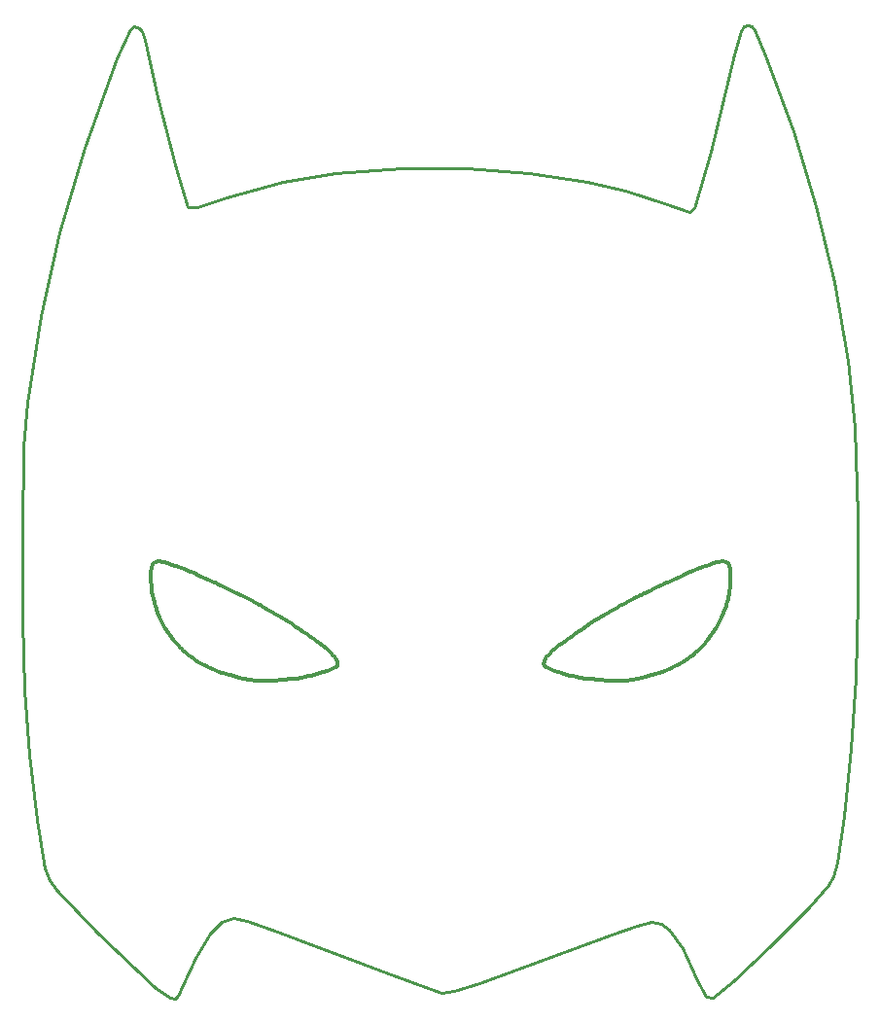
<source format=gbr>
%TF.GenerationSoftware,KiCad,Pcbnew,9.0.2*%
%TF.CreationDate,2025-08-29T22:08:23+05:30*%
%TF.ProjectId,4 SRA,34205352-412e-46b6-9963-61645f706362,rev?*%
%TF.SameCoordinates,Original*%
%TF.FileFunction,Profile,NP*%
%FSLAX46Y46*%
G04 Gerber Fmt 4.6, Leading zero omitted, Abs format (unit mm)*
G04 Created by KiCad (PCBNEW 9.0.2) date 2025-08-29 22:08:23*
%MOMM*%
%LPD*%
G01*
G04 APERTURE LIST*
%TA.AperFunction,Profile*%
%ADD10C,0.300000*%
%TD*%
%TA.AperFunction,Profile*%
%ADD11C,0.220000*%
%TD*%
G04 APERTURE END LIST*
D10*
X130310000Y-106040000D02*
X130140000Y-105955000D01*
X169355000Y-113840000D02*
X169115000Y-113920000D01*
X168215000Y-106810000D02*
X168385000Y-106730000D01*
X134580000Y-114620000D02*
X134950000Y-114620000D01*
D11*
X152323247Y-70027450D02*
X146629889Y-70044610D01*
D10*
X131090000Y-106400000D02*
X130880000Y-106300000D01*
X172045000Y-112390000D02*
X171845000Y-112550000D01*
X159415000Y-113550000D02*
X159265000Y-113480000D01*
D11*
X135814654Y-136450686D02*
X145693174Y-140227635D01*
D10*
X125010000Y-104490000D02*
X124970000Y-104570000D01*
X135120000Y-114620000D02*
X135450000Y-114620000D01*
X164395000Y-108860000D02*
X164535000Y-108770000D01*
D11*
X119046098Y-68192694D02*
X116861137Y-75583319D01*
D10*
X167745000Y-107050000D02*
X167885000Y-106980000D01*
X129770000Y-105790000D02*
X129590000Y-105710000D01*
X128300000Y-105140000D02*
X128060000Y-105050000D01*
X140950000Y-113420000D02*
X141030000Y-113340000D01*
X140550000Y-112260000D02*
X140420000Y-112130000D01*
X124920000Y-106730000D02*
X124940000Y-106900000D01*
X131750000Y-106730000D02*
X131600000Y-106660000D01*
X166295000Y-114610000D02*
X166175000Y-114610000D01*
X160355000Y-113900000D02*
X160205000Y-113850000D01*
X170165000Y-105880000D02*
X170365000Y-105790000D01*
X131760000Y-114150000D02*
X131980000Y-114210000D01*
X125920000Y-104290000D02*
X125760000Y-104260000D01*
X125060000Y-104420000D02*
X125010000Y-104490000D01*
X159085000Y-112960000D02*
X159115000Y-112880000D01*
X127870000Y-112200000D02*
X128090000Y-112390000D01*
D11*
X130963482Y-135660050D02*
X131977545Y-135292672D01*
D10*
X125030000Y-107410000D02*
X125060000Y-107510000D01*
X161855000Y-114300000D02*
X161605000Y-114240000D01*
X169735000Y-113700000D02*
X169605000Y-113750000D01*
X135450000Y-114620000D02*
X135720000Y-114600000D01*
X137910000Y-114370000D02*
X138280000Y-114300000D01*
X134580000Y-108180000D02*
X134470000Y-108120000D01*
X168555000Y-114100000D02*
X168375000Y-114150000D01*
D11*
X113625590Y-101835072D02*
X113638482Y-109266518D01*
D10*
X165125000Y-108420000D02*
X165415000Y-108260000D01*
D11*
X176832622Y-57570808D02*
X176480281Y-57688970D01*
D10*
X133020000Y-107360000D02*
X132860000Y-107280000D01*
D11*
X184317804Y-79925327D02*
X182760182Y-73327472D01*
X182137120Y-134332350D02*
X183868751Y-132428833D01*
D10*
X172895000Y-111600000D02*
X172775000Y-111730000D01*
D11*
X175614460Y-60114558D02*
X173601372Y-68562217D01*
D10*
X166445000Y-107720000D02*
X166625000Y-107620000D01*
X166615000Y-114560000D02*
X166295000Y-114610000D01*
D11*
X167128126Y-135937206D02*
X168430086Y-135621385D01*
D10*
X129980000Y-113530000D02*
X130230000Y-113630000D01*
X133960000Y-114610000D02*
X134300000Y-114620000D01*
X165555000Y-108180000D02*
X165665000Y-108120000D01*
X130530000Y-113750000D02*
X130780000Y-113840000D01*
X164655000Y-108690000D02*
X164805000Y-108600000D01*
X175165000Y-107140000D02*
X175145000Y-107270000D01*
X175235000Y-106570000D02*
X175215000Y-106730000D01*
X168155000Y-114210000D02*
X167895000Y-114280000D01*
X130490000Y-106120000D02*
X130310000Y-106040000D01*
D11*
X182760182Y-73327472D02*
X180785770Y-66819850D01*
D10*
X124830000Y-105760000D02*
X124900000Y-106570000D01*
D11*
X162846298Y-71157524D02*
X157791017Y-70401274D01*
D10*
X124830000Y-105630000D02*
X124830000Y-105760000D01*
X162645000Y-114440000D02*
X162225000Y-114370000D01*
X136510000Y-109320000D02*
X136330000Y-109210000D01*
X167595000Y-114360000D02*
X167245000Y-114450000D01*
X168985000Y-113960000D02*
X168835000Y-114010000D01*
X173195000Y-111260000D02*
X173055000Y-111420000D01*
X125120000Y-107740000D02*
X125160000Y-107910000D01*
X164095000Y-114580000D02*
X163835000Y-114560000D01*
X129970000Y-105880000D02*
X129770000Y-105790000D01*
D11*
X113836138Y-115484103D02*
X114246490Y-121097964D01*
D10*
X175075000Y-104420000D02*
X175125000Y-104490000D01*
X133520000Y-114560000D02*
X133840000Y-114610000D01*
X174975000Y-107910000D02*
X174935000Y-108070000D01*
X173435000Y-104540000D02*
X173845000Y-104390000D01*
D11*
X115617193Y-130942106D02*
X116016802Y-132001285D01*
D10*
X126430000Y-110600000D02*
X126030000Y-109990000D01*
X129210000Y-105550000D02*
X128980000Y-105450000D01*
X131980000Y-114210000D02*
X132240000Y-114280000D01*
D11*
X153436140Y-140966692D02*
X164986140Y-136738567D01*
D10*
X125160000Y-107910000D02*
X125200000Y-108070000D01*
X169255000Y-106300000D02*
X169455000Y-106210000D01*
D11*
X150103910Y-141772365D02*
X151193174Y-141645601D01*
D10*
X134950000Y-114620000D02*
X135120000Y-114620000D01*
X131300000Y-114010000D02*
X131440000Y-114060000D01*
X131580000Y-114100000D02*
X131760000Y-114150000D01*
X124990000Y-107270000D02*
X125030000Y-107410000D01*
D11*
X184249032Y-131616725D02*
X184562697Y-130488796D01*
D10*
X174535000Y-109150000D02*
X174105000Y-109990000D01*
X136910000Y-114500000D02*
X137490000Y-114440000D01*
X173225000Y-104620000D02*
X173435000Y-104540000D01*
X140680000Y-112390000D02*
X140550000Y-112260000D01*
X135600000Y-108770000D02*
X135480000Y-108690000D01*
X141090000Y-113110000D02*
X141070000Y-113030000D01*
X160065000Y-113800000D02*
X159925000Y-113750000D01*
X124900000Y-106570000D02*
X124920000Y-106730000D01*
X131290000Y-106500000D02*
X131090000Y-106400000D01*
X166315000Y-107790000D02*
X166445000Y-107720000D01*
D11*
X169500000Y-73050305D02*
X166131250Y-71937413D01*
D10*
X132100000Y-106900000D02*
X131920000Y-106810000D01*
X159585000Y-112260000D02*
X159715000Y-112130000D01*
D11*
X173768947Y-142234310D02*
X175498444Y-140775523D01*
D10*
X175075000Y-107510000D02*
X175015000Y-107740000D01*
D11*
X114053129Y-90392498D02*
X113745903Y-94221015D01*
D10*
X126430000Y-110600000D02*
X126860000Y-111160000D01*
X135740000Y-108860000D02*
X135600000Y-108770000D01*
X126940000Y-111260000D02*
X127080000Y-111420000D01*
X137490000Y-114440000D02*
X137910000Y-114370000D01*
X162225000Y-114370000D02*
X161855000Y-114300000D01*
X128060000Y-105050000D02*
X127740000Y-104930000D01*
X133510000Y-107620000D02*
X133360000Y-107540000D01*
D11*
X176185943Y-58097180D02*
X175614460Y-60114558D01*
X128735552Y-138728027D02*
X129947270Y-136667672D01*
X176480281Y-57688970D02*
X176185943Y-58097180D01*
D10*
X127450000Y-104820000D02*
X127240000Y-104740000D01*
D11*
X129947270Y-136667672D02*
X130963482Y-135660050D01*
D10*
X168845000Y-106500000D02*
X169045000Y-106400000D01*
X175305000Y-105760000D02*
X175235000Y-106570000D01*
D11*
X123813481Y-57796407D02*
X123413871Y-57622387D01*
D10*
X124830000Y-105190000D02*
X124830000Y-105400000D01*
X135010000Y-108420000D02*
X134720000Y-108260000D01*
X140070000Y-113800000D02*
X140210000Y-113750000D01*
X172075000Y-105050000D02*
X172395000Y-104930000D01*
X175165000Y-104570000D02*
X175215000Y-104690000D01*
X125200000Y-108070000D02*
X125430000Y-108730000D01*
X165665000Y-108120000D02*
X165785000Y-108060000D01*
X133360000Y-107540000D02*
X133230000Y-107470000D01*
X125600000Y-109150000D02*
X126030000Y-109990000D01*
X135890000Y-108950000D02*
X135740000Y-108860000D01*
X134300000Y-114620000D02*
X134580000Y-114620000D01*
X172645000Y-111860000D02*
X172495000Y-112000000D01*
X159115000Y-112880000D02*
X159175000Y-112770000D01*
X170755000Y-105620000D02*
X170925000Y-105550000D01*
X173705000Y-110600000D02*
X173275000Y-111160000D01*
X124890000Y-104800000D02*
X124870000Y-104900000D01*
X173085000Y-104670000D02*
X173225000Y-104620000D01*
D11*
X157791017Y-70401274D02*
X152323247Y-70027450D01*
X166131250Y-71937413D02*
X162846298Y-71157524D01*
D10*
X126910000Y-104620000D02*
X126700000Y-104540000D01*
X161125000Y-111010000D02*
X161275000Y-110900000D01*
D11*
X133219341Y-135571973D02*
X135814654Y-136450686D01*
D10*
X159225000Y-112700000D02*
X159315000Y-112550000D01*
X141070000Y-113030000D02*
X141050000Y-112960000D01*
X165885000Y-108010000D02*
X166025000Y-107940000D01*
X161275000Y-110900000D02*
X161525000Y-110720000D01*
X163225000Y-114500000D02*
X162645000Y-114440000D01*
X163085000Y-109660000D02*
X163365000Y-109490000D01*
X124920000Y-104690000D02*
X124890000Y-104800000D01*
X167115000Y-107360000D02*
X167275000Y-107280000D01*
X175305000Y-105400000D02*
X175305000Y-105630000D01*
X164685000Y-114620000D02*
X164415000Y-114600000D01*
X170365000Y-105790000D02*
X170545000Y-105710000D01*
D11*
X186131077Y-92555989D02*
X185510182Y-86815364D01*
D10*
X172395000Y-104930000D02*
X172685000Y-104820000D01*
X131020000Y-113920000D02*
X131150000Y-113960000D01*
X175305000Y-105190000D02*
X175305000Y-105400000D01*
D11*
X171715048Y-73782916D02*
X169500000Y-73050305D01*
D10*
X169115000Y-113920000D02*
X168985000Y-113960000D01*
X132860000Y-107280000D02*
X132720000Y-107210000D01*
X124830000Y-105400000D02*
X124830000Y-105630000D01*
X162375000Y-110120000D02*
X162785000Y-109850000D01*
X172265000Y-112200000D02*
X172045000Y-112390000D01*
D11*
X123007817Y-57927461D02*
X121851958Y-60430390D01*
D10*
X129480000Y-113290000D02*
X129700000Y-113400000D01*
X159265000Y-113480000D02*
X159185000Y-113420000D01*
D11*
X124019731Y-58075708D02*
X123813481Y-57796407D01*
D10*
X174925000Y-104300000D02*
X175025000Y-104360000D01*
X175215000Y-104690000D02*
X175245000Y-104800000D01*
X134110000Y-107940000D02*
X133940000Y-107850000D01*
X132250000Y-106980000D02*
X132100000Y-106900000D01*
X175265000Y-104900000D02*
X175285000Y-105050000D01*
X167415000Y-107210000D02*
X167555000Y-107140000D01*
X133840000Y-114610000D02*
X133960000Y-114610000D01*
X141030000Y-113340000D02*
X141070000Y-113260000D01*
D11*
X136317387Y-71236999D02*
X131433989Y-72575479D01*
D10*
X125210000Y-104300000D02*
X125110000Y-104360000D01*
D11*
X172125392Y-73441311D02*
X171715048Y-73782916D01*
D10*
X160305000Y-111620000D02*
X160685000Y-111340000D01*
X125420000Y-104240000D02*
X125320000Y-104260000D01*
X136040000Y-114580000D02*
X136300000Y-114560000D01*
X164415000Y-114600000D02*
X164095000Y-114580000D01*
X130400000Y-113700000D02*
X130530000Y-113750000D01*
X130140000Y-105955000D02*
X129970000Y-105880000D01*
X139930000Y-113850000D02*
X140070000Y-113800000D01*
X170295000Y-113470000D02*
X170155000Y-113530000D01*
X124870000Y-104900000D02*
X124850000Y-105050000D01*
X136460000Y-114540000D02*
X136910000Y-114500000D01*
X171845000Y-112550000D02*
X171625000Y-112710000D01*
D11*
X177107645Y-57639580D02*
X176832622Y-57570808D01*
D10*
X135480000Y-108690000D02*
X135330000Y-108600000D01*
X139210000Y-111160000D02*
X139010000Y-111010000D01*
D11*
X171115626Y-137950294D02*
X172295123Y-140534865D01*
D10*
X140910000Y-112700000D02*
X140820000Y-112550000D01*
D11*
X173126569Y-142187010D02*
X173768947Y-142234310D01*
X123413871Y-57622387D02*
X123007817Y-57927461D01*
D10*
X170545000Y-105710000D02*
X170755000Y-105620000D01*
X137350000Y-109850000D02*
X137050000Y-109660000D01*
X139300000Y-114040000D02*
X139570000Y-113960000D01*
X170975000Y-113110000D02*
X170855000Y-113190000D01*
X140130000Y-111860000D02*
X139830000Y-111620000D01*
X166905000Y-107470000D02*
X167115000Y-107360000D01*
X139010000Y-111010000D02*
X138860000Y-110900000D01*
X137760000Y-110120000D02*
X137350000Y-109850000D01*
D11*
X131433989Y-72575479D02*
X128836528Y-73366104D01*
X116583990Y-132864961D02*
X120163286Y-136534495D01*
D10*
X127050000Y-104670000D02*
X126910000Y-104620000D01*
X138860000Y-110900000D02*
X138610000Y-110720000D01*
X127740000Y-104930000D02*
X127450000Y-104820000D01*
X166025000Y-107940000D02*
X166195000Y-107850000D01*
D11*
X146629889Y-70044610D02*
X140897856Y-70457110D01*
D10*
X165015000Y-114620000D02*
X164685000Y-114620000D01*
D11*
X126995317Y-70029606D02*
X125439848Y-63848552D01*
D10*
X126860000Y-111160000D02*
X126940000Y-111260000D01*
X138430000Y-110590000D02*
X138120000Y-110370000D01*
X127240000Y-111600000D02*
X127360000Y-111730000D01*
X163365000Y-109490000D02*
X163625000Y-109320000D01*
X126010000Y-104310000D02*
X125920000Y-104290000D01*
D11*
X145693174Y-140227635D02*
X150103910Y-141772365D01*
D10*
X164025000Y-109080000D02*
X164245000Y-108950000D01*
X169645000Y-106120000D02*
X169825000Y-106040000D01*
X140320000Y-112040000D02*
X140130000Y-111860000D01*
D11*
X113745903Y-94221015D02*
X113625590Y-101835072D01*
X114246490Y-121097964D02*
X114901763Y-126707535D01*
D10*
X164245000Y-108950000D02*
X164395000Y-108860000D01*
D11*
X183868751Y-132428833D02*
X184249032Y-131616725D01*
D10*
X160835000Y-114040000D02*
X160565000Y-113960000D01*
X175245000Y-104800000D02*
X175265000Y-104900000D01*
X159105000Y-113340000D02*
X159065000Y-113260000D01*
X141020000Y-112880000D02*
X140960000Y-112770000D01*
D11*
X169248640Y-135761030D02*
X169942586Y-136326067D01*
D10*
X128980000Y-105450000D02*
X128600000Y-105270000D01*
X128600000Y-105270000D02*
X128300000Y-105140000D01*
D11*
X113638482Y-109266518D02*
X113836138Y-115484103D01*
X127644145Y-141093456D02*
X128735552Y-138728027D01*
D10*
X128510000Y-112710000D02*
X128730000Y-112860000D01*
X174935000Y-108070000D02*
X174705000Y-108730000D01*
X163805000Y-109210000D02*
X164025000Y-109080000D01*
D11*
X116016802Y-132001285D02*
X116583990Y-132864961D01*
D10*
X130780000Y-113840000D02*
X131020000Y-113920000D01*
X163675000Y-114540000D02*
X163225000Y-114500000D01*
X165185000Y-114620000D02*
X165015000Y-114620000D01*
X175125000Y-104490000D02*
X175165000Y-104570000D01*
X171155000Y-105450000D02*
X171535000Y-105270000D01*
D11*
X128071683Y-73381174D02*
X126995317Y-70029606D01*
D10*
X127080000Y-111420000D02*
X127240000Y-111600000D01*
X138610000Y-110720000D02*
X138430000Y-110590000D01*
X168035000Y-106900000D02*
X168215000Y-106810000D01*
D11*
X177376199Y-57974739D02*
X177107645Y-57639580D01*
D10*
X125640000Y-104230000D02*
X125530000Y-104230000D01*
D11*
X185800197Y-120582350D02*
X186195515Y-114375523D01*
D10*
X166175000Y-114610000D02*
X165835000Y-114620000D01*
X139830000Y-111620000D02*
X139450000Y-111340000D01*
X159715000Y-112130000D02*
X159815000Y-112040000D01*
X139780000Y-113900000D02*
X139930000Y-113850000D01*
X136330000Y-109210000D02*
X136110000Y-109080000D01*
X139570000Y-113960000D02*
X139780000Y-113900000D01*
X136770000Y-109490000D02*
X136510000Y-109320000D01*
X172495000Y-112000000D02*
X172265000Y-112200000D01*
X140870000Y-113480000D02*
X140950000Y-113420000D01*
D11*
X125439848Y-63848552D02*
X124268949Y-58838393D01*
D10*
X135720000Y-114600000D02*
X136040000Y-114580000D01*
X173705000Y-110600000D02*
X174105000Y-109990000D01*
X134350000Y-108060000D02*
X134250000Y-108010000D01*
X169045000Y-106400000D02*
X169255000Y-106300000D01*
X140720000Y-113550000D02*
X140870000Y-113480000D01*
X135170000Y-108510000D02*
X135010000Y-108420000D01*
X174605000Y-104230000D02*
X174715000Y-104240000D01*
X160205000Y-113850000D02*
X160065000Y-113800000D01*
X137050000Y-109660000D02*
X136770000Y-109490000D01*
X138530000Y-114240000D02*
X138810000Y-114170000D01*
X159815000Y-112040000D02*
X160005000Y-111860000D01*
X132390000Y-107050000D02*
X132250000Y-106980000D01*
X175015000Y-107740000D02*
X174975000Y-107910000D01*
X169995000Y-105955000D02*
X170165000Y-105880000D01*
X125530000Y-104230000D02*
X125420000Y-104240000D01*
X166775000Y-107540000D02*
X166905000Y-107470000D01*
D11*
X125237895Y-141374924D02*
X126468950Y-142234299D01*
D10*
X159175000Y-112770000D02*
X159225000Y-112700000D01*
X138280000Y-114300000D02*
X138530000Y-114240000D01*
X160685000Y-111340000D02*
X160925000Y-111160000D01*
D11*
X180785770Y-66819850D02*
X178336554Y-60194077D01*
D10*
X170655000Y-113290000D02*
X170435000Y-113400000D01*
X125110000Y-104360000D02*
X125060000Y-104420000D01*
X141070000Y-113260000D02*
X141090000Y-113180000D01*
D11*
X172295123Y-140534865D02*
X173126569Y-142187010D01*
X124268949Y-58838393D02*
X124019731Y-58075708D01*
D10*
X141050000Y-112960000D02*
X141020000Y-112880000D01*
X136300000Y-114560000D02*
X136460000Y-114540000D01*
X161525000Y-110720000D02*
X161705000Y-110590000D01*
X134470000Y-108120000D02*
X134350000Y-108060000D01*
X162785000Y-109850000D02*
X163085000Y-109660000D01*
D11*
X120163286Y-136534495D02*
X125237895Y-141374924D01*
D10*
X129840000Y-113470000D02*
X129980000Y-113530000D01*
X129590000Y-105710000D02*
X129380000Y-105620000D01*
X129160000Y-113110000D02*
X129280000Y-113190000D01*
X134720000Y-108260000D02*
X134580000Y-108180000D01*
X132890000Y-114450000D02*
X133050000Y-114480000D01*
X140820000Y-112550000D02*
X140680000Y-112390000D01*
X163625000Y-109320000D02*
X163805000Y-109210000D01*
X129700000Y-113400000D02*
X129840000Y-113470000D01*
X140420000Y-112130000D02*
X140320000Y-112040000D01*
X173055000Y-111420000D02*
X172895000Y-111600000D01*
X125320000Y-104260000D02*
X125210000Y-104300000D01*
X170435000Y-113400000D02*
X170295000Y-113470000D01*
D11*
X114901763Y-126707535D02*
X115617193Y-130942106D01*
D10*
X159045000Y-113180000D02*
X159045000Y-113110000D01*
D11*
X127192974Y-142088186D02*
X127644145Y-141093456D01*
X184562697Y-130488796D02*
X185194339Y-126387435D01*
D10*
X124940000Y-106900000D02*
X124970000Y-107140000D01*
X161705000Y-110590000D02*
X162015000Y-110370000D01*
X171145000Y-113010000D02*
X170975000Y-113110000D01*
X160565000Y-113960000D02*
X160355000Y-113900000D01*
X159065000Y-113260000D02*
X159045000Y-113180000D01*
X175215000Y-106730000D02*
X175195000Y-106900000D01*
X132240000Y-114280000D02*
X132540000Y-114360000D01*
X165785000Y-108060000D02*
X165885000Y-108010000D01*
X167275000Y-107280000D02*
X167415000Y-107210000D01*
D11*
X173601372Y-68562217D02*
X172125392Y-73441311D01*
D10*
X132720000Y-107210000D02*
X132580000Y-107140000D01*
X172685000Y-104820000D02*
X172895000Y-104740000D01*
D11*
X164986140Y-136738567D02*
X167128126Y-135937206D01*
D10*
X159765000Y-113690000D02*
X159585000Y-113620000D01*
D11*
X115221879Y-82888012D02*
X114053129Y-90392498D01*
D10*
X175105000Y-107410000D02*
X175075000Y-107510000D01*
D11*
X169942586Y-136326067D02*
X171115626Y-137950294D01*
D10*
X159585000Y-113620000D02*
X159415000Y-113550000D01*
X140550000Y-113620000D02*
X140720000Y-113550000D01*
D11*
X186382427Y-107640168D02*
X186369557Y-100247398D01*
X168430086Y-135621385D02*
X169248640Y-135761030D01*
D10*
X165415000Y-108260000D02*
X165555000Y-108180000D01*
X124970000Y-107140000D02*
X124990000Y-107270000D01*
X125760000Y-104260000D02*
X125640000Y-104230000D01*
X134250000Y-108010000D02*
X134110000Y-107940000D01*
X174705000Y-108730000D02*
X174535000Y-109150000D01*
X174715000Y-104240000D02*
X174815000Y-104260000D01*
D11*
X116861137Y-75583319D02*
X115221879Y-82888012D01*
D10*
X174815000Y-104260000D02*
X174925000Y-104300000D01*
X140960000Y-112770000D02*
X140910000Y-112700000D01*
X131440000Y-114060000D02*
X131580000Y-114100000D01*
X168835000Y-114010000D02*
X168695000Y-114060000D01*
X164535000Y-108770000D02*
X164655000Y-108690000D01*
X168385000Y-106730000D02*
X168535000Y-106660000D01*
X167555000Y-107140000D02*
X167745000Y-107050000D01*
X124850000Y-105050000D02*
X124830000Y-105190000D01*
X133690000Y-107720000D02*
X133510000Y-107620000D01*
X139450000Y-111340000D02*
X139210000Y-111160000D01*
X167245000Y-114450000D02*
X167085000Y-114480000D01*
X130680000Y-106210000D02*
X130490000Y-106120000D01*
X141090000Y-113180000D02*
X141090000Y-113110000D01*
X172895000Y-104740000D02*
X173085000Y-104670000D01*
X140210000Y-113750000D02*
X140370000Y-113690000D01*
D11*
X126468950Y-142234299D02*
X126890045Y-142283689D01*
X185510182Y-86815364D02*
X184317804Y-79925327D01*
D10*
X166625000Y-107620000D02*
X166775000Y-107540000D01*
X125060000Y-107510000D02*
X125120000Y-107740000D01*
X159045000Y-113110000D02*
X159065000Y-113030000D01*
D11*
X175498444Y-140775523D02*
X178817782Y-137628060D01*
D10*
X170155000Y-113530000D02*
X169905000Y-113630000D01*
X171405000Y-112860000D02*
X171145000Y-113010000D01*
X168695000Y-114060000D02*
X168555000Y-114100000D01*
X164965000Y-108510000D02*
X165125000Y-108420000D01*
X135330000Y-108600000D02*
X135170000Y-108510000D01*
X175305000Y-105630000D02*
X175305000Y-105760000D01*
X171835000Y-105140000D02*
X172075000Y-105050000D01*
X175025000Y-104360000D02*
X175075000Y-104420000D01*
X132540000Y-114360000D02*
X132890000Y-114450000D01*
X163835000Y-114560000D02*
X163675000Y-114540000D01*
X170925000Y-105550000D02*
X171155000Y-105450000D01*
X128990000Y-113010000D02*
X129160000Y-113110000D01*
D11*
X151193174Y-141645601D02*
X153436140Y-140966692D01*
D10*
X160005000Y-111860000D02*
X160305000Y-111620000D01*
X128090000Y-112390000D02*
X128290000Y-112550000D01*
X168375000Y-114150000D02*
X168155000Y-114210000D01*
X138810000Y-114170000D02*
X139080000Y-114100000D01*
D11*
X185194339Y-126387435D02*
X185800197Y-120582350D01*
X140897856Y-70457110D02*
X136317387Y-71236999D01*
D10*
X174495000Y-104230000D02*
X174605000Y-104230000D01*
X161055000Y-114100000D02*
X160835000Y-114040000D01*
X139080000Y-114100000D02*
X139300000Y-114040000D01*
X164805000Y-108600000D02*
X164965000Y-108510000D01*
X169455000Y-106210000D02*
X169645000Y-106120000D01*
X128730000Y-112860000D02*
X128990000Y-113010000D01*
X165835000Y-114620000D02*
X165555000Y-114620000D01*
X128290000Y-112550000D02*
X128510000Y-112710000D01*
D11*
X186195515Y-114375523D02*
X186382427Y-107640168D01*
D10*
X127490000Y-111860000D02*
X127640000Y-112000000D01*
X136110000Y-109080000D02*
X135890000Y-108950000D01*
D11*
X126890045Y-142283689D02*
X127192974Y-142088186D01*
D10*
X140370000Y-113690000D02*
X140550000Y-113620000D01*
X129380000Y-105620000D02*
X129210000Y-105550000D01*
X133940000Y-107850000D02*
X133820000Y-107790000D01*
X126700000Y-104540000D02*
X126290000Y-104390000D01*
X131920000Y-106810000D02*
X131750000Y-106730000D01*
X171625000Y-112710000D02*
X171405000Y-112860000D01*
X125430000Y-108730000D02*
X125600000Y-109150000D01*
X133050000Y-114480000D02*
X133280000Y-114520000D01*
X175285000Y-105050000D02*
X175305000Y-105190000D01*
X167885000Y-106980000D02*
X168035000Y-106900000D01*
X161605000Y-114240000D02*
X161325000Y-114170000D01*
X133230000Y-107470000D02*
X133020000Y-107360000D01*
D11*
X131977545Y-135292672D02*
X133219341Y-135571973D01*
D10*
X169905000Y-113630000D02*
X169735000Y-113700000D01*
X131600000Y-106660000D02*
X131440000Y-106580000D01*
X130880000Y-106300000D02*
X130680000Y-106210000D01*
X133280000Y-114520000D02*
X133520000Y-114560000D01*
X127360000Y-111730000D02*
X127490000Y-111860000D01*
X172775000Y-111730000D02*
X172645000Y-111860000D01*
X167085000Y-114480000D02*
X166855000Y-114520000D01*
X167895000Y-114280000D02*
X167595000Y-114360000D01*
X159925000Y-113750000D02*
X159765000Y-113690000D01*
X173275000Y-111160000D02*
X173195000Y-111260000D01*
D11*
X121851958Y-60430390D02*
X119046098Y-68192694D01*
D10*
X170855000Y-113190000D02*
X170655000Y-113290000D01*
X175145000Y-107270000D02*
X175105000Y-107410000D01*
X160925000Y-111160000D02*
X161125000Y-111010000D01*
X169825000Y-106040000D02*
X169995000Y-105955000D01*
X131440000Y-106580000D02*
X131290000Y-106500000D01*
X173845000Y-104390000D02*
X174125000Y-104310000D01*
X131150000Y-113960000D02*
X131300000Y-114010000D01*
X174125000Y-104310000D02*
X174215000Y-104290000D01*
X171535000Y-105270000D02*
X171835000Y-105140000D01*
X124970000Y-104570000D02*
X124920000Y-104690000D01*
X129280000Y-113190000D02*
X129480000Y-113290000D01*
X162015000Y-110370000D02*
X162375000Y-110120000D01*
X159315000Y-112550000D02*
X159455000Y-112390000D01*
X159185000Y-113420000D02*
X159105000Y-113340000D01*
X133820000Y-107790000D02*
X133690000Y-107720000D01*
X165555000Y-114620000D02*
X165185000Y-114620000D01*
X159065000Y-113030000D02*
X159085000Y-112960000D01*
X174375000Y-104260000D02*
X174495000Y-104230000D01*
X132580000Y-107140000D02*
X132390000Y-107050000D01*
D11*
X186369557Y-100247398D02*
X186131077Y-92555989D01*
D10*
X175195000Y-106900000D02*
X175165000Y-107140000D01*
X138120000Y-110370000D02*
X137760000Y-110120000D01*
X127640000Y-112000000D02*
X127870000Y-112200000D01*
X159455000Y-112390000D02*
X159585000Y-112260000D01*
X130230000Y-113630000D02*
X130400000Y-113700000D01*
X166855000Y-114520000D02*
X166615000Y-114560000D01*
X169605000Y-113750000D02*
X169355000Y-113840000D01*
X127240000Y-104740000D02*
X127050000Y-104670000D01*
X166195000Y-107850000D02*
X166315000Y-107790000D01*
D11*
X128836528Y-73366104D02*
X128071683Y-73381174D01*
X178817782Y-137628060D02*
X182137120Y-134332350D01*
D10*
X168695000Y-106580000D02*
X168845000Y-106500000D01*
X168535000Y-106660000D02*
X168695000Y-106580000D01*
D11*
X178336554Y-60194077D02*
X177376199Y-57974739D01*
D10*
X161325000Y-114170000D02*
X161055000Y-114100000D01*
X126290000Y-104390000D02*
X126010000Y-104310000D01*
X174215000Y-104290000D02*
X174375000Y-104260000D01*
M02*

</source>
